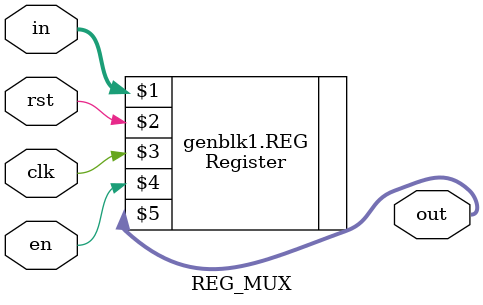
<source format=v>
module REG_MUX(in, clk, rst, en, out);
	parameter REG_WIDTH =18, REG_SEL=1, RST_TYPE="SYNC";
	input [REG_WIDTH-1:0] in; 
	input rst, clk, en;
	output [REG_WIDTH-1:0] out; 
	
	generate
		if (REG_SEL) 
			Register #(.REG_WIDTH(REG_WIDTH), .RST_TYPE(RST_TYPE)) REG(in, rst, clk, en, out);
		else 
			assign out = in;	 
	endgenerate
endmodule

</source>
